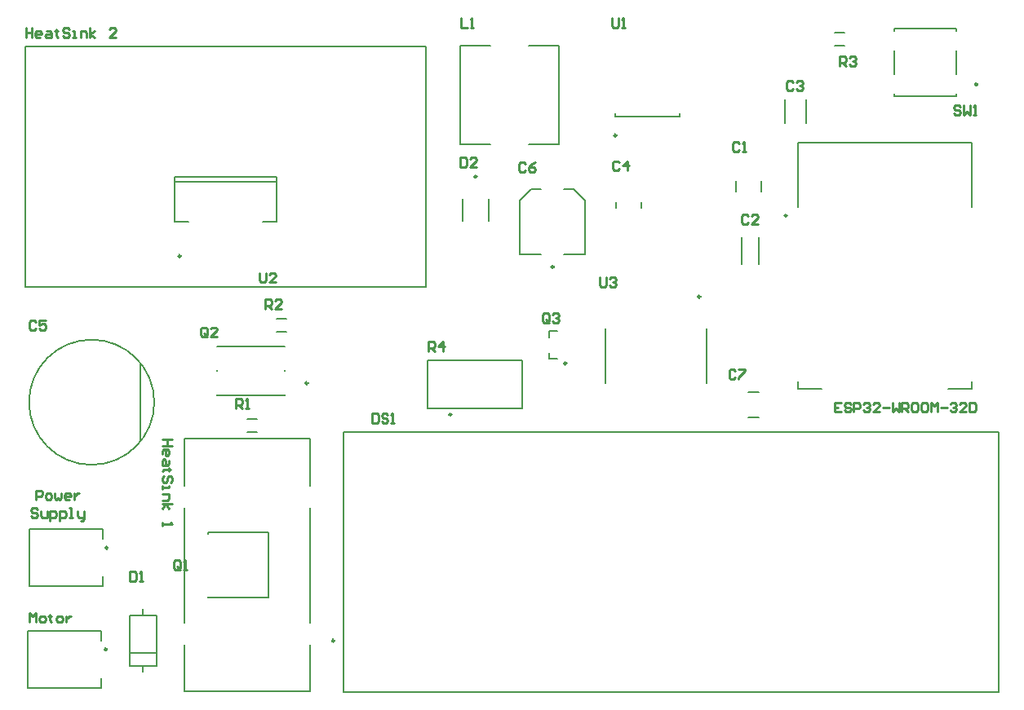
<source format=gto>
G04*
G04 #@! TF.GenerationSoftware,Altium Limited,Altium Designer,25.1.2 (22)*
G04*
G04 Layer_Color=65535*
%FSLAX44Y44*%
%MOMM*%
G71*
G04*
G04 #@! TF.SameCoordinates,735CD127-3729-4D2A-A9AC-AB826B6A9FB7*
G04*
G04*
G04 #@! TF.FilePolarity,Positive*
G04*
G01*
G75*
%ADD10C,0.2500*%
%ADD11C,0.1500*%
%ADD12C,0.2000*%
%ADD13C,0.2540*%
D10*
X336980Y68720D02*
G03*
X336980Y68720I-1250J0D01*
G01*
X716760Y426140D02*
G03*
X716760Y426140I-1250J0D01*
G01*
X629620Y593540D02*
G03*
X629620Y593540I-1250J0D01*
G01*
X177550Y468254D02*
G03*
X177550Y468254I-1250J0D01*
G01*
X577670Y356920D02*
G03*
X577670Y356920I-1250J0D01*
G01*
X806630Y510320D02*
G03*
X806630Y510320I-1250J0D01*
G01*
X309440Y336300D02*
G03*
X309440Y336300I-1250J0D01*
G01*
X100680Y59690D02*
G03*
X100680Y59690I-1250J0D01*
G01*
X101950Y165354D02*
G03*
X101950Y165354I-1250J0D01*
G01*
X564622Y456932D02*
G03*
X564622Y456932I-1250J0D01*
G01*
X484612Y550882D02*
G03*
X484612Y550882I-1250J0D01*
G01*
X1004210Y646790D02*
G03*
X1004210Y646790I-1250J0D01*
G01*
X458450Y303730D02*
G03*
X458450Y303730I-1250J0D01*
G01*
D11*
X150090Y316484D02*
G03*
X150090Y316484I-65000J0D01*
G01*
D12*
X346480Y15370D02*
Y285370D01*
Y15370D02*
X1026480D01*
Y285370D01*
X346480D02*
X1026480D01*
X618060Y336240D02*
Y392740D01*
X723060Y336240D02*
Y392740D01*
X695170Y613040D02*
Y616540D01*
X628170Y613040D02*
X695170D01*
X628170D02*
Y616540D01*
X171300Y545554D02*
X277300D01*
X262840Y503554D02*
X277300D01*
X171300D02*
X185760D01*
X277300D02*
Y550554D01*
X171300Y503554D02*
Y550554D01*
X277300D01*
X432300Y436090D02*
Y686090D01*
X16300D02*
X432300D01*
X16300Y436090D02*
Y686090D01*
Y436090D02*
X432300D01*
X559920Y361320D02*
X568070D01*
X559920D02*
Y367920D01*
Y390520D02*
X568070D01*
X559920Y383920D02*
Y390520D01*
X817630Y586470D02*
X998630D01*
Y330470D02*
Y337720D01*
Y519320D02*
Y586470D01*
X817630Y330470D02*
X842730D01*
X973530D02*
X998630D01*
X817630D02*
Y337720D01*
Y519320D02*
Y586470D01*
X766660Y326690D02*
X777660D01*
X766660Y300690D02*
X777660D01*
X754080Y535520D02*
Y546520D01*
X780080Y535520D02*
Y546520D01*
X759289Y459650D02*
Y487770D01*
X777411Y459650D02*
Y487770D01*
X246310Y285750D02*
X256310D01*
X246310Y299250D02*
X256310D01*
X311404Y229810D02*
Y278384D01*
Y87570D02*
Y207070D01*
Y16256D02*
Y64830D01*
X181356Y16256D02*
X311404D01*
X181356Y229810D02*
Y278384D01*
Y87570D02*
Y207070D01*
Y16256D02*
Y64830D01*
Y278384D02*
X311404D01*
X124430Y42834D02*
Y94834D01*
X152430D01*
Y42834D02*
Y94834D01*
X124430Y42834D02*
X152430D01*
X138430Y36184D02*
Y42834D01*
Y94834D02*
Y101484D01*
X125130Y55834D02*
X151730D01*
X206030Y113670D02*
Y114570D01*
Y180070D02*
Y180970D01*
X268230D01*
Y113670D02*
Y180970D01*
X206030Y113670D02*
X268230D01*
X215190Y323850D02*
X285190D01*
X215190Y374200D02*
Y374650D01*
Y348800D02*
Y349700D01*
Y323850D02*
Y324300D01*
Y374650D02*
X285190D01*
Y374200D02*
Y374650D01*
Y348800D02*
Y349700D01*
Y323850D02*
Y324300D01*
X276940Y389490D02*
X286940D01*
X276940Y402990D02*
X286940D01*
X135340Y276484D02*
Y356484D01*
X95150Y20030D02*
Y30030D01*
X19153Y20028D02*
X95153D01*
X19151Y20030D02*
Y79031D01*
X95150Y69030D02*
Y79031D01*
X19151D02*
X95150D01*
X96420Y125694D02*
Y135694D01*
X20423Y125692D02*
X96423D01*
X20421Y125694D02*
Y184695D01*
X96420Y174694D02*
Y184695D01*
X20421D02*
X96420D01*
X575372Y537682D02*
X585372D01*
X541372D02*
X551372D01*
X585372D02*
X597372Y525682D01*
X529372D02*
X541372Y537682D01*
X597372Y469682D02*
Y525682D01*
X529372Y469682D02*
Y525682D01*
Y469682D02*
X551622D01*
X575122D02*
X597372D01*
X469862Y505132D02*
Y527632D01*
X496862Y505132D02*
Y527632D01*
X856060Y686670D02*
X866060D01*
X856060Y700170D02*
X866060D01*
X981960Y634290D02*
Y636540D01*
Y657040D02*
Y681540D01*
Y702040D02*
Y704290D01*
X917960D02*
X981960D01*
X917960Y634290D02*
Y636540D01*
Y657040D02*
Y681540D01*
Y702040D02*
Y704290D01*
Y634290D02*
X981960D01*
X433699Y360029D02*
X531500D01*
X433699Y310430D02*
Y360029D01*
Y310430D02*
X531500D01*
Y360029D01*
X538927Y687197D02*
X570357D01*
X467487D02*
X498917D01*
X467487Y584327D02*
Y687197D01*
X538927Y584327D02*
X570357D01*
X467487D02*
X498917D01*
X570357D02*
Y687197D01*
X655620Y518190D02*
Y524190D01*
X629620Y518190D02*
Y524190D01*
X826090Y606430D02*
Y630550D01*
X804590Y606430D02*
Y630550D01*
D13*
X27032Y214972D02*
Y224969D01*
X32031D01*
X33697Y223303D01*
Y219971D01*
X32031Y218305D01*
X27032D01*
X38695Y214972D02*
X42027D01*
X43693Y216639D01*
Y219971D01*
X42027Y221637D01*
X38695D01*
X37029Y219971D01*
Y216639D01*
X38695Y214972D01*
X47026Y221637D02*
Y216639D01*
X48692Y214972D01*
X50358Y216639D01*
X52024Y214972D01*
X53690Y216639D01*
Y221637D01*
X62021Y214972D02*
X58689D01*
X57023Y216639D01*
Y219971D01*
X58689Y221637D01*
X62021D01*
X63687Y219971D01*
Y218305D01*
X57023D01*
X67019Y221637D02*
Y214972D01*
Y218305D01*
X68685Y219971D01*
X70352Y221637D01*
X72018D01*
X28698Y205211D02*
X27032Y206877D01*
X23700D01*
X22034Y205211D01*
Y203545D01*
X23700Y201879D01*
X27032D01*
X28698Y200212D01*
Y198546D01*
X27032Y196880D01*
X23700D01*
X22034Y198546D01*
X32031Y203545D02*
Y198546D01*
X33697Y196880D01*
X38695D01*
Y203545D01*
X42027Y193548D02*
Y203545D01*
X47026D01*
X48692Y201879D01*
Y198546D01*
X47026Y196880D01*
X42027D01*
X52024Y193548D02*
Y203545D01*
X57023D01*
X58689Y201879D01*
Y198546D01*
X57023Y196880D01*
X52024D01*
X62021D02*
X65353D01*
X63687D01*
Y206877D01*
X62021D01*
X70352Y203545D02*
Y198546D01*
X72018Y196880D01*
X77016D01*
Y195214D01*
X75350Y193548D01*
X73684D01*
X77016Y196880D02*
Y203545D01*
X375837Y304998D02*
Y295002D01*
X380835D01*
X382502Y296668D01*
Y303332D01*
X380835Y304998D01*
X375837D01*
X392498Y303332D02*
X390832Y304998D01*
X387500D01*
X385834Y303332D01*
Y301666D01*
X387500Y300000D01*
X390832D01*
X392498Y298334D01*
Y296668D01*
X390832Y295002D01*
X387500D01*
X385834Y296668D01*
X395831Y295002D02*
X399163D01*
X397497D01*
Y304998D01*
X395831Y303332D01*
X612648Y446369D02*
Y438038D01*
X614314Y436372D01*
X617646D01*
X619313Y438038D01*
Y446369D01*
X622645Y444703D02*
X624311Y446369D01*
X627643D01*
X629309Y444703D01*
Y443036D01*
X627643Y441370D01*
X625977D01*
X627643D01*
X629309Y439704D01*
Y438038D01*
X627643Y436372D01*
X624311D01*
X622645Y438038D01*
X624840Y715355D02*
Y707024D01*
X626506Y705358D01*
X629838D01*
X631505Y707024D01*
Y715355D01*
X634837Y705358D02*
X638169D01*
X636503D01*
Y715355D01*
X634837Y713689D01*
X259334Y450941D02*
Y442610D01*
X261000Y440944D01*
X264332D01*
X265998Y442610D01*
Y450941D01*
X275995Y440944D02*
X269331D01*
X275995Y447608D01*
Y449275D01*
X274329Y450941D01*
X270997D01*
X269331Y449275D01*
X16764Y705703D02*
Y695706D01*
Y700704D01*
X23428D01*
Y705703D01*
Y695706D01*
X31759D02*
X28427D01*
X26761Y697372D01*
Y700704D01*
X28427Y702371D01*
X31759D01*
X33425Y700704D01*
Y699038D01*
X26761D01*
X38424Y702371D02*
X41756D01*
X43422Y700704D01*
Y695706D01*
X38424D01*
X36758Y697372D01*
X38424Y699038D01*
X43422D01*
X48421Y704037D02*
Y702371D01*
X46754D01*
X50087D01*
X48421D01*
Y697372D01*
X50087Y695706D01*
X61750Y704037D02*
X60083Y705703D01*
X56751D01*
X55085Y704037D01*
Y702371D01*
X56751Y700704D01*
X60083D01*
X61750Y699038D01*
Y697372D01*
X60083Y695706D01*
X56751D01*
X55085Y697372D01*
X65082Y695706D02*
X68414D01*
X66748D01*
Y702371D01*
X65082D01*
X73412Y695706D02*
Y702371D01*
X78411D01*
X80077Y700704D01*
Y695706D01*
X83409D02*
Y705703D01*
Y699038D02*
X88408Y702371D01*
X83409Y699038D02*
X88408Y695706D01*
X110067D02*
X103403D01*
X110067Y702371D01*
Y704037D01*
X108401Y705703D01*
X105069D01*
X103403Y704037D01*
X559877Y400954D02*
Y407619D01*
X558210Y409285D01*
X554878D01*
X553212Y407619D01*
Y400954D01*
X554878Y399288D01*
X558210D01*
X556544Y402620D02*
X559877Y399288D01*
X558210D02*
X559877Y400954D01*
X563209Y407619D02*
X564875Y409285D01*
X568207D01*
X569873Y407619D01*
Y405952D01*
X568207Y404286D01*
X566541D01*
X568207D01*
X569873Y402620D01*
Y400954D01*
X568207Y399288D01*
X564875D01*
X563209Y400954D01*
X862645Y316321D02*
X855980D01*
Y306324D01*
X862645D01*
X855980Y311322D02*
X859312D01*
X872641Y314655D02*
X870975Y316321D01*
X867643D01*
X865977Y314655D01*
Y312988D01*
X867643Y311322D01*
X870975D01*
X872641Y309656D01*
Y307990D01*
X870975Y306324D01*
X867643D01*
X865977Y307990D01*
X875974Y306324D02*
Y316321D01*
X880972D01*
X882638Y314655D01*
Y311322D01*
X880972Y309656D01*
X875974D01*
X885970Y314655D02*
X887636Y316321D01*
X890969D01*
X892635Y314655D01*
Y312988D01*
X890969Y311322D01*
X889303D01*
X890969D01*
X892635Y309656D01*
Y307990D01*
X890969Y306324D01*
X887636D01*
X885970Y307990D01*
X902632Y306324D02*
X895967D01*
X902632Y312988D01*
Y314655D01*
X900965Y316321D01*
X897633D01*
X895967Y314655D01*
X905964Y311322D02*
X912628D01*
X915961Y316321D02*
Y306324D01*
X919293Y309656D01*
X922625Y306324D01*
Y316321D01*
X925957Y306324D02*
Y316321D01*
X930956D01*
X932622Y314655D01*
Y311322D01*
X930956Y309656D01*
X925957D01*
X929290D02*
X932622Y306324D01*
X940953Y316321D02*
X937620D01*
X935954Y314655D01*
Y307990D01*
X937620Y306324D01*
X940953D01*
X942619Y307990D01*
Y314655D01*
X940953Y316321D01*
X950949D02*
X947617D01*
X945951Y314655D01*
Y307990D01*
X947617Y306324D01*
X950949D01*
X952616Y307990D01*
Y314655D01*
X950949Y316321D01*
X955948Y306324D02*
Y316321D01*
X959280Y312988D01*
X962612Y316321D01*
Y306324D01*
X965945Y311322D02*
X972609D01*
X975941Y314655D02*
X977607Y316321D01*
X980940D01*
X982606Y314655D01*
Y312988D01*
X980940Y311322D01*
X979274D01*
X980940D01*
X982606Y309656D01*
Y307990D01*
X980940Y306324D01*
X977607D01*
X975941Y307990D01*
X992603Y306324D02*
X985938D01*
X992603Y312988D01*
Y314655D01*
X990937Y316321D01*
X987604D01*
X985938Y314655D01*
X995935Y316321D02*
Y306324D01*
X1000933D01*
X1002599Y307990D01*
Y314655D01*
X1000933Y316321D01*
X995935D01*
X753170Y348945D02*
X751504Y350611D01*
X748172D01*
X746506Y348945D01*
Y342280D01*
X748172Y340614D01*
X751504D01*
X753170Y342280D01*
X756503Y350611D02*
X763167D01*
Y348945D01*
X756503Y342280D01*
Y340614D01*
X756981Y585165D02*
X755314Y586831D01*
X751982D01*
X750316Y585165D01*
Y578500D01*
X751982Y576834D01*
X755314D01*
X756981Y578500D01*
X760313Y576834D02*
X763645D01*
X761979D01*
Y586831D01*
X760313Y585165D01*
X766378Y509727D02*
X764712Y511393D01*
X761380D01*
X759714Y509727D01*
Y503062D01*
X761380Y501396D01*
X764712D01*
X766378Y503062D01*
X776375Y501396D02*
X769711D01*
X776375Y508060D01*
Y509727D01*
X774709Y511393D01*
X771377D01*
X769711Y509727D01*
X168239Y277876D02*
X158242D01*
X163240D01*
Y271211D01*
X168239D01*
X158242D01*
Y262881D02*
Y266213D01*
X159908Y267879D01*
X163240D01*
X164907Y266213D01*
Y262881D01*
X163240Y261215D01*
X161574D01*
Y267879D01*
X164907Y256216D02*
Y252884D01*
X163240Y251218D01*
X158242D01*
Y256216D01*
X159908Y257882D01*
X161574Y256216D01*
Y251218D01*
X166573Y246220D02*
X164907D01*
Y247886D01*
Y244553D01*
Y246220D01*
X159908D01*
X158242Y244553D01*
X166573Y232890D02*
X168239Y234557D01*
Y237889D01*
X166573Y239555D01*
X164907D01*
X163240Y237889D01*
Y234557D01*
X161574Y232890D01*
X159908D01*
X158242Y234557D01*
Y237889D01*
X159908Y239555D01*
X158242Y229558D02*
Y226226D01*
Y227892D01*
X164907D01*
Y229558D01*
X158242Y221228D02*
X164907D01*
Y216229D01*
X163240Y214563D01*
X158242D01*
Y211231D02*
X168239D01*
X161574D02*
X164907Y206232D01*
X161574Y211231D02*
X158242Y206232D01*
Y191237D02*
Y187905D01*
Y189571D01*
X168239D01*
X166573Y191237D01*
X986342Y623011D02*
X984676Y624677D01*
X981344D01*
X979678Y623011D01*
Y621344D01*
X981344Y619678D01*
X984676D01*
X986342Y618012D01*
Y616346D01*
X984676Y614680D01*
X981344D01*
X979678Y616346D01*
X989675Y624677D02*
Y614680D01*
X993007Y618012D01*
X996339Y614680D01*
Y624677D01*
X999672Y614680D02*
X1003004D01*
X1001338D01*
Y624677D01*
X999672Y623011D01*
X434340Y369570D02*
Y379567D01*
X439338D01*
X441004Y377901D01*
Y374568D01*
X439338Y372902D01*
X434340D01*
X437672D02*
X441004Y369570D01*
X449335D02*
Y379567D01*
X444337Y374568D01*
X451001D01*
X861060Y665988D02*
Y675985D01*
X866058D01*
X867725Y674319D01*
Y670986D01*
X866058Y669320D01*
X861060D01*
X864392D02*
X867725Y665988D01*
X871057Y674319D02*
X872723Y675985D01*
X876055D01*
X877721Y674319D01*
Y672653D01*
X876055Y670986D01*
X874389D01*
X876055D01*
X877721Y669320D01*
Y667654D01*
X876055Y665988D01*
X872723D01*
X871057Y667654D01*
X265176Y413512D02*
Y423509D01*
X270174D01*
X271840Y421843D01*
Y418510D01*
X270174Y416844D01*
X265176D01*
X268508D02*
X271840Y413512D01*
X281837D02*
X275173D01*
X281837Y420177D01*
Y421843D01*
X280171Y423509D01*
X276839D01*
X275173Y421843D01*
X234696Y309880D02*
Y319877D01*
X239694D01*
X241360Y318211D01*
Y314878D01*
X239694Y313212D01*
X234696D01*
X238028D02*
X241360Y309880D01*
X244693D02*
X248025D01*
X246359D01*
Y319877D01*
X244693Y318211D01*
X205292Y385968D02*
Y392633D01*
X203626Y394299D01*
X200294D01*
X198628Y392633D01*
Y385968D01*
X200294Y384302D01*
X203626D01*
X201960Y387634D02*
X205292Y384302D01*
X203626D02*
X205292Y385968D01*
X215289Y384302D02*
X208625D01*
X215289Y390966D01*
Y392633D01*
X213623Y394299D01*
X210291D01*
X208625Y392633D01*
X177099Y143906D02*
Y150571D01*
X175432Y152237D01*
X172100D01*
X170434Y150571D01*
Y143906D01*
X172100Y142240D01*
X175432D01*
X173766Y145572D02*
X177099Y142240D01*
X175432D02*
X177099Y143906D01*
X180431Y142240D02*
X183763D01*
X182097D01*
Y152237D01*
X180431Y150571D01*
X20320Y87884D02*
Y97881D01*
X23652Y94549D01*
X26985Y97881D01*
Y87884D01*
X31983D02*
X35315D01*
X36981Y89550D01*
Y92882D01*
X35315Y94549D01*
X31983D01*
X30317Y92882D01*
Y89550D01*
X31983Y87884D01*
X41980Y96215D02*
Y94549D01*
X40314D01*
X43646D01*
X41980D01*
Y89550D01*
X43646Y87884D01*
X50310D02*
X53643D01*
X55309Y89550D01*
Y92882D01*
X53643Y94549D01*
X50310D01*
X48644Y92882D01*
Y89550D01*
X50310Y87884D01*
X58641Y94549D02*
Y87884D01*
Y91216D01*
X60307Y92882D01*
X61973Y94549D01*
X63639D01*
X468122Y715609D02*
Y705612D01*
X474786D01*
X478119D02*
X481451D01*
X479785D01*
Y715609D01*
X478119Y713943D01*
X467868Y571083D02*
Y561086D01*
X472866D01*
X474533Y562752D01*
Y569417D01*
X472866Y571083D01*
X467868D01*
X484529Y561086D02*
X477865D01*
X484529Y567751D01*
Y569417D01*
X482863Y571083D01*
X479531D01*
X477865Y569417D01*
X124968Y140553D02*
Y130556D01*
X129966D01*
X131632Y132222D01*
Y138887D01*
X129966Y140553D01*
X124968D01*
X134965Y130556D02*
X138297D01*
X136631D01*
Y140553D01*
X134965Y138887D01*
X534985Y564083D02*
X533318Y565749D01*
X529986D01*
X528320Y564083D01*
Y557418D01*
X529986Y555752D01*
X533318D01*
X534985Y557418D01*
X544981Y565749D02*
X541649Y564083D01*
X538317Y560750D01*
Y557418D01*
X539983Y555752D01*
X543315D01*
X544981Y557418D01*
Y559084D01*
X543315Y560750D01*
X538317D01*
X27239Y399491D02*
X25572Y401157D01*
X22240D01*
X20574Y399491D01*
Y392826D01*
X22240Y391160D01*
X25572D01*
X27239Y392826D01*
X37235Y401157D02*
X30571D01*
Y396158D01*
X33903Y397825D01*
X35569D01*
X37235Y396158D01*
Y392826D01*
X35569Y391160D01*
X32237D01*
X30571Y392826D01*
X632520Y565353D02*
X630854Y567019D01*
X627522D01*
X625856Y565353D01*
Y558688D01*
X627522Y557022D01*
X630854D01*
X632520Y558688D01*
X640851Y557022D02*
Y567019D01*
X635853Y562020D01*
X642517D01*
X812860Y648411D02*
X811194Y650077D01*
X807862D01*
X806196Y648411D01*
Y641746D01*
X807862Y640080D01*
X811194D01*
X812860Y641746D01*
X816193Y648411D02*
X817859Y650077D01*
X821191D01*
X822857Y648411D01*
Y646745D01*
X821191Y645078D01*
X819525D01*
X821191D01*
X822857Y643412D01*
Y641746D01*
X821191Y640080D01*
X817859D01*
X816193Y641746D01*
M02*

</source>
